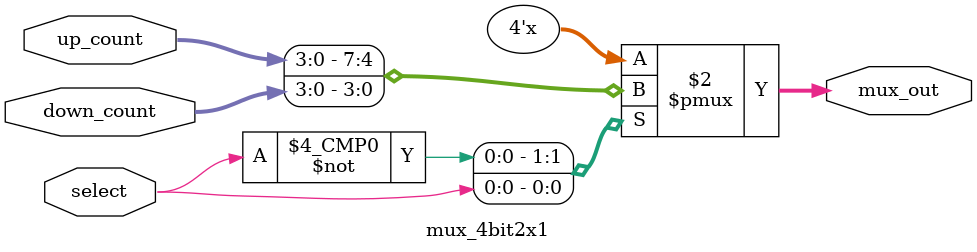
<source format=v>
module mux_4bit2x1(up_count,down_count, select, mux_out);

input [3:0] up_count;
input [3:0] down_count;
input select;
output [3:0] mux_out;

reg [3:0] mux_out;

always@(*)
begin
	case(select)
		1'b0 : mux_out <= up_count;
		1'b1 : mux_out <= down_count;
		
		default : mux_out <= up_count;
	endcase
end

endmodule

</source>
